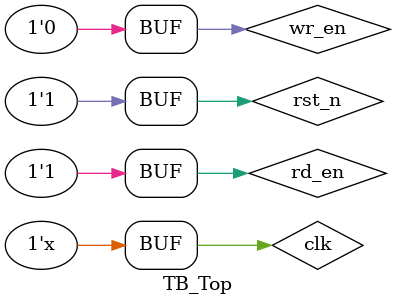
<source format=v>
`timescale      1ns/1ps

module TB_Top;

    reg                   clk;    //50Mhz
    reg                   rst_n;
    //IIC Signal
    wire                  i2c_sdat;
    wire                  i2c_sclk;
    //Seg Signal
    wire       [6:0]      out;
    wire                  dp;
	wire       [3:0]      an;      //ËùÓÐµÄÊýÂë¹ÜµÄÊ¹ÄÜ¶Ë
    //Other Signal
    reg                   wr_en;
    reg                   rd_en;

Top Top_inst(
    .clk                    (clk     ),    //50Mhz
    .rst_n                  (rst_n   ),
    .i2c_sdat               (i2c_sdat),
    .i2c_sclk               (i2c_sclk),
    .out                    (out     ),
    .dp                     (dp      ),
	.an                     (an      ),      //ËùÓÐµÄÊýÂë¹ÜµÄÊ¹ÄÜ¶Ë
    .wr_en                  (wr_en   ),
    .rd_en                  (rd_en   )
); 


EEPROM_AT24C64 EEPROM_AT24C64_inst(
    .scl                    (i2c_sclk), 
    .sda                    (i2c_sdat)
);

always #10 clk = ~clk;

initial begin
clk = 1'b0;
rst_n = 1'b0;
wr_en = 1'b0;
rd_en = 1'b0;
#500
rst_n = 1'b1;
wr_en = 1'b1;
#460000
wr_en = 1'b0;
#10000
rd_en = 1'b1;





end

endmodule

</source>
